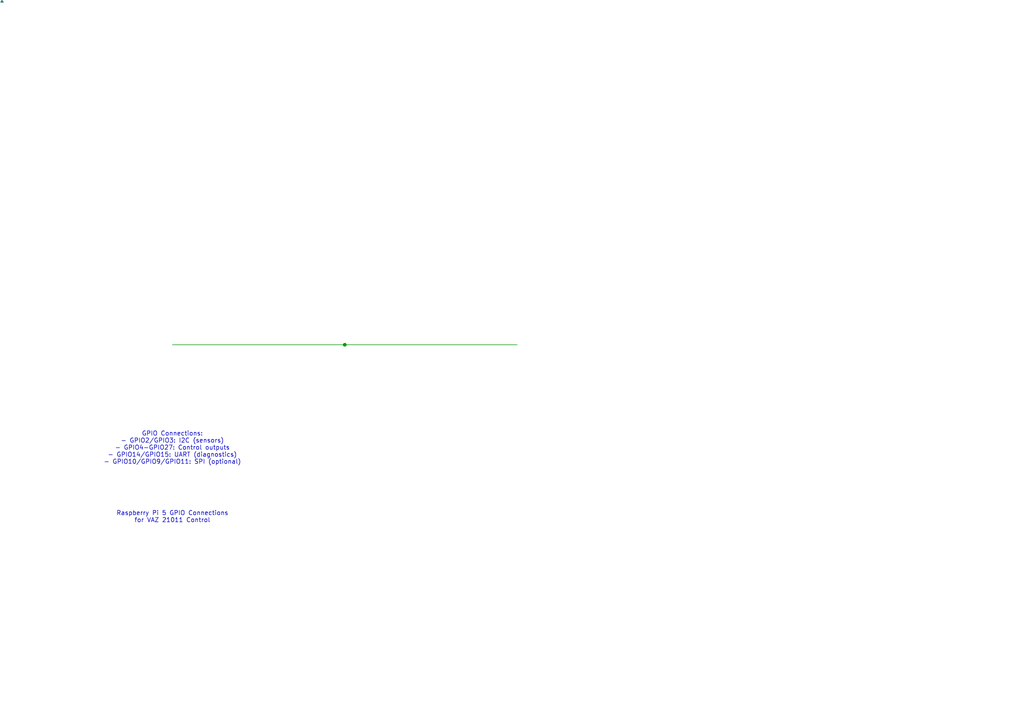
<source format=kicad_sch>
(kicad_sch (version 20230121)
  (paper "A4")
  (title_block (title "VAZ 21011 + Raspberry Pi 5 Integration") (date "2025-10-20") (rev "1.0") (comment 1 "Control system for VAZ 21011") (comment 2 "Using Raspberry Pi 5"))
  (lib_symbols
    (symbol "Connector_Generic:Conn_01x40_Pin" (pin_names (offset 1.016) hide)
      (property "Reference" "J" (at 0 50.8 0))
      (property "Value" "Conn_01x40_Pin" (at 0 -50.8 0))
      (symbol "Conn_01x40_Pin_1_1"
        (rectangle (start -1.27 -50.355) (end 0 50.355) (stroke (width 0.254)))
        (pin passive line (at -5.08 50.8 0) (length 3.81) (name "Pin_1") (number "1"))
        (pin passive line (at -5.08 48.26 0) (length 3.81) (name "Pin_2") (number "2"))
      )
    )
    (symbol "Device:R" (pin_numbers hide) (pin_names (offset 0))
      (property "Reference" "R" (at 2.032 0 90))
      (property "Value" "R" (at 0 0 90))
      (symbol "R_0_1"
        (rectangle (start -1.016 -2.54) (end 1.016 2.54) (stroke (width 0.254)))
      )
      (symbol "R_1_1"
        (pin passive line (at 0 3.81 270) (length 1.27) (name "~") (number "1"))
        (pin passive line (at 0 -3.81 90) (length 1.27) (name "~") (number "2"))
      )
    )
    (symbol "Device:C" (pin_numbers hide) (pin_names (offset 0.254))
      (property "Reference" "C" (at 0.635 2.54 0))
      (property "Value" "C" (at 0.635 -2.54 0))
      (symbol "C_0_1"
        (polyline (pts (xy -2.032 -0.762) (xy 2.032 -0.762)) (stroke (width 0.508)))
        (polyline (pts (xy -2.032 0.762) (xy 2.032 0.762)) (stroke (width 0.508)))
      )
      (symbol "C_1_1"
        (pin passive line (at 0 3.81 270) (length 3.048) (name "~") (number "1"))
        (pin passive line (at 0 -3.81 90) (length 3.048) (name "~") (number "2"))
      )
    )
  )
  (junction (at 100 100))
  (wire (pts (xy 50 100) (xy 100 100)))
  (wire (pts (xy 100 100) (xy 150 100)))
  (symbol (at 30 100 0)
    (property "Reference" "J1" (at 0 0 0))
    (property "Value" "GPIO_Pi5" (at 0 -2.54 0))
  )
  (symbol (at 80 100 0)
    (property "Reference" "R1" (at 0 0 0))
    (property "Value" "10k" (at 0 -2.54 0))
  )
  (symbol (at 130 100 0)
    (property "Reference" "C1" (at 0 0 0))
    (property "Value" "100nF" (at 0 -2.54 0))
  )
  (text "Raspberry Pi 5 GPIO Connections\nfor VAZ 21011 Control" (at 50 150 0) (effects (font (size 1.27 1.27))))
  (text "GPIO Connections:\n- GPIO2/GPIO3: I2C (sensors)\n- GPIO4-GPIO27: Control outputs\n- GPIO14/GPIO15: UART (diagnostics)\n- GPIO10/GPIO9/GPIO11: SPI (optional)" (at 50 130 0) (effects (font (size 1.27 1.27))))
)
</source>
